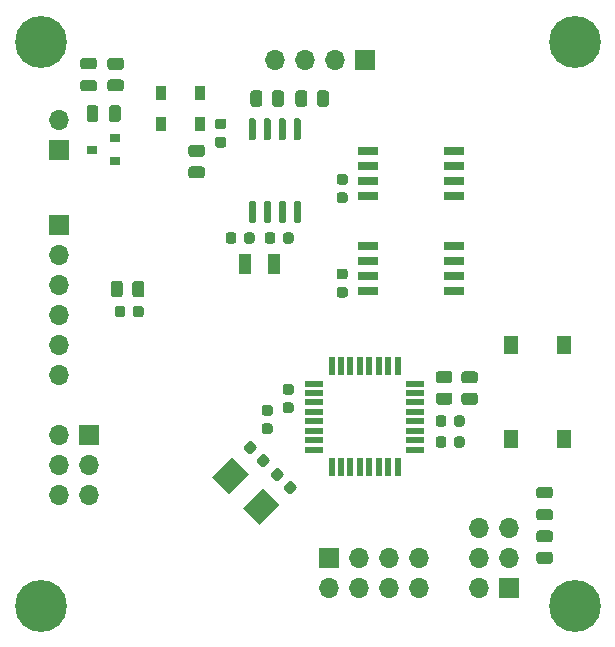
<source format=gbr>
%TF.GenerationSoftware,KiCad,Pcbnew,(5.1.9)-1*%
%TF.CreationDate,2021-02-03T11:38:48-08:00*%
%TF.ProjectId,ATMEGA328_RTC_EEPROM,41544d45-4741-4333-9238-5f5254435f45,1*%
%TF.SameCoordinates,Original*%
%TF.FileFunction,Soldermask,Top*%
%TF.FilePolarity,Negative*%
%FSLAX46Y46*%
G04 Gerber Fmt 4.6, Leading zero omitted, Abs format (unit mm)*
G04 Created by KiCad (PCBNEW (5.1.9)-1) date 2021-02-03 11:38:48*
%MOMM*%
%LPD*%
G01*
G04 APERTURE LIST*
%ADD10R,1.000000X1.800000*%
%ADD11C,0.100000*%
%ADD12R,1.700000X0.650000*%
%ADD13R,0.550000X1.600000*%
%ADD14R,1.600000X0.550000*%
%ADD15R,1.300000X1.550000*%
%ADD16R,0.900000X0.800000*%
%ADD17O,1.700000X1.700000*%
%ADD18R,1.700000X1.700000*%
%ADD19R,0.900000X1.200000*%
%ADD20C,4.400000*%
G04 APERTURE END LIST*
D10*
%TO.C,Y2*%
X147086000Y-97790000D03*
X149586000Y-97790000D03*
%TD*%
D11*
%TO.C,Y1*%
G36*
X146907365Y-118505421D02*
G01*
X148604421Y-116808365D01*
X150018635Y-118222579D01*
X148321579Y-119919635D01*
X146907365Y-118505421D01*
G37*
G36*
X144291069Y-115889125D02*
G01*
X145988125Y-114192069D01*
X147402339Y-115606283D01*
X145705283Y-117303339D01*
X144291069Y-115889125D01*
G37*
%TD*%
%TO.C,U4*%
G36*
G01*
X147851000Y-94366000D02*
X147551000Y-94366000D01*
G75*
G02*
X147401000Y-94216000I0J150000D01*
G01*
X147401000Y-92616000D01*
G75*
G02*
X147551000Y-92466000I150000J0D01*
G01*
X147851000Y-92466000D01*
G75*
G02*
X148001000Y-92616000I0J-150000D01*
G01*
X148001000Y-94216000D01*
G75*
G02*
X147851000Y-94366000I-150000J0D01*
G01*
G37*
G36*
G01*
X149121000Y-94366000D02*
X148821000Y-94366000D01*
G75*
G02*
X148671000Y-94216000I0J150000D01*
G01*
X148671000Y-92616000D01*
G75*
G02*
X148821000Y-92466000I150000J0D01*
G01*
X149121000Y-92466000D01*
G75*
G02*
X149271000Y-92616000I0J-150000D01*
G01*
X149271000Y-94216000D01*
G75*
G02*
X149121000Y-94366000I-150000J0D01*
G01*
G37*
G36*
G01*
X150391000Y-94366000D02*
X150091000Y-94366000D01*
G75*
G02*
X149941000Y-94216000I0J150000D01*
G01*
X149941000Y-92616000D01*
G75*
G02*
X150091000Y-92466000I150000J0D01*
G01*
X150391000Y-92466000D01*
G75*
G02*
X150541000Y-92616000I0J-150000D01*
G01*
X150541000Y-94216000D01*
G75*
G02*
X150391000Y-94366000I-150000J0D01*
G01*
G37*
G36*
G01*
X151661000Y-94366000D02*
X151361000Y-94366000D01*
G75*
G02*
X151211000Y-94216000I0J150000D01*
G01*
X151211000Y-92616000D01*
G75*
G02*
X151361000Y-92466000I150000J0D01*
G01*
X151661000Y-92466000D01*
G75*
G02*
X151811000Y-92616000I0J-150000D01*
G01*
X151811000Y-94216000D01*
G75*
G02*
X151661000Y-94366000I-150000J0D01*
G01*
G37*
G36*
G01*
X151661000Y-87366000D02*
X151361000Y-87366000D01*
G75*
G02*
X151211000Y-87216000I0J150000D01*
G01*
X151211000Y-85616000D01*
G75*
G02*
X151361000Y-85466000I150000J0D01*
G01*
X151661000Y-85466000D01*
G75*
G02*
X151811000Y-85616000I0J-150000D01*
G01*
X151811000Y-87216000D01*
G75*
G02*
X151661000Y-87366000I-150000J0D01*
G01*
G37*
G36*
G01*
X150391000Y-87366000D02*
X150091000Y-87366000D01*
G75*
G02*
X149941000Y-87216000I0J150000D01*
G01*
X149941000Y-85616000D01*
G75*
G02*
X150091000Y-85466000I150000J0D01*
G01*
X150391000Y-85466000D01*
G75*
G02*
X150541000Y-85616000I0J-150000D01*
G01*
X150541000Y-87216000D01*
G75*
G02*
X150391000Y-87366000I-150000J0D01*
G01*
G37*
G36*
G01*
X149121000Y-87366000D02*
X148821000Y-87366000D01*
G75*
G02*
X148671000Y-87216000I0J150000D01*
G01*
X148671000Y-85616000D01*
G75*
G02*
X148821000Y-85466000I150000J0D01*
G01*
X149121000Y-85466000D01*
G75*
G02*
X149271000Y-85616000I0J-150000D01*
G01*
X149271000Y-87216000D01*
G75*
G02*
X149121000Y-87366000I-150000J0D01*
G01*
G37*
G36*
G01*
X147851000Y-87366000D02*
X147551000Y-87366000D01*
G75*
G02*
X147401000Y-87216000I0J150000D01*
G01*
X147401000Y-85616000D01*
G75*
G02*
X147551000Y-85466000I150000J0D01*
G01*
X147851000Y-85466000D01*
G75*
G02*
X148001000Y-85616000I0J-150000D01*
G01*
X148001000Y-87216000D01*
G75*
G02*
X147851000Y-87366000I-150000J0D01*
G01*
G37*
%TD*%
D12*
%TO.C,U3*%
X157513000Y-92075000D03*
X157513000Y-90805000D03*
X157513000Y-89535000D03*
X157513000Y-88265000D03*
X164813000Y-88265000D03*
X164813000Y-89535000D03*
X164813000Y-90805000D03*
X164813000Y-92075000D03*
%TD*%
%TO.C,U2*%
X157513000Y-100076000D03*
X157513000Y-98806000D03*
X157513000Y-97536000D03*
X157513000Y-96266000D03*
X164813000Y-96266000D03*
X164813000Y-97536000D03*
X164813000Y-98806000D03*
X164813000Y-100076000D03*
%TD*%
D13*
%TO.C,U1*%
X154426000Y-106494000D03*
X155226000Y-106494000D03*
X156026000Y-106494000D03*
X156826000Y-106494000D03*
X157626000Y-106494000D03*
X158426000Y-106494000D03*
X159226000Y-106494000D03*
X160026000Y-106494000D03*
D14*
X161476000Y-107944000D03*
X161476000Y-108744000D03*
X161476000Y-109544000D03*
X161476000Y-110344000D03*
X161476000Y-111144000D03*
X161476000Y-111944000D03*
X161476000Y-112744000D03*
X161476000Y-113544000D03*
D13*
X160026000Y-114994000D03*
X159226000Y-114994000D03*
X158426000Y-114994000D03*
X157626000Y-114994000D03*
X156826000Y-114994000D03*
X156026000Y-114994000D03*
X155226000Y-114994000D03*
X154426000Y-114994000D03*
D14*
X152976000Y-113544000D03*
X152976000Y-112744000D03*
X152976000Y-111944000D03*
X152976000Y-111144000D03*
X152976000Y-110344000D03*
X152976000Y-109544000D03*
X152976000Y-108744000D03*
X152976000Y-107944000D03*
%TD*%
D15*
%TO.C,SW1*%
X169581000Y-104648000D03*
X174081000Y-104648000D03*
X174081000Y-112608000D03*
X169581000Y-112608000D03*
%TD*%
%TO.C,R6*%
G36*
G01*
X136594001Y-83213000D02*
X135693999Y-83213000D01*
G75*
G02*
X135444000Y-82963001I0J249999D01*
G01*
X135444000Y-82437999D01*
G75*
G02*
X135693999Y-82188000I249999J0D01*
G01*
X136594001Y-82188000D01*
G75*
G02*
X136844000Y-82437999I0J-249999D01*
G01*
X136844000Y-82963001D01*
G75*
G02*
X136594001Y-83213000I-249999J0D01*
G01*
G37*
G36*
G01*
X136594001Y-81388000D02*
X135693999Y-81388000D01*
G75*
G02*
X135444000Y-81138001I0J249999D01*
G01*
X135444000Y-80612999D01*
G75*
G02*
X135693999Y-80363000I249999J0D01*
G01*
X136594001Y-80363000D01*
G75*
G02*
X136844000Y-80612999I0J-249999D01*
G01*
X136844000Y-81138001D01*
G75*
G02*
X136594001Y-81388000I-249999J0D01*
G01*
G37*
%TD*%
%TO.C,R5*%
G36*
G01*
X142551999Y-87729000D02*
X143452001Y-87729000D01*
G75*
G02*
X143702000Y-87978999I0J-249999D01*
G01*
X143702000Y-88504001D01*
G75*
G02*
X143452001Y-88754000I-249999J0D01*
G01*
X142551999Y-88754000D01*
G75*
G02*
X142302000Y-88504001I0J249999D01*
G01*
X142302000Y-87978999D01*
G75*
G02*
X142551999Y-87729000I249999J0D01*
G01*
G37*
G36*
G01*
X142551999Y-89554000D02*
X143452001Y-89554000D01*
G75*
G02*
X143702000Y-89803999I0J-249999D01*
G01*
X143702000Y-90329001D01*
G75*
G02*
X143452001Y-90579000I-249999J0D01*
G01*
X142551999Y-90579000D01*
G75*
G02*
X142302000Y-90329001I0J249999D01*
G01*
X142302000Y-89803999D01*
G75*
G02*
X142551999Y-89554000I249999J0D01*
G01*
G37*
%TD*%
%TO.C,R4*%
G36*
G01*
X154206000Y-83369999D02*
X154206000Y-84270001D01*
G75*
G02*
X153956001Y-84520000I-249999J0D01*
G01*
X153430999Y-84520000D01*
G75*
G02*
X153181000Y-84270001I0J249999D01*
G01*
X153181000Y-83369999D01*
G75*
G02*
X153430999Y-83120000I249999J0D01*
G01*
X153956001Y-83120000D01*
G75*
G02*
X154206000Y-83369999I0J-249999D01*
G01*
G37*
G36*
G01*
X152381000Y-83369999D02*
X152381000Y-84270001D01*
G75*
G02*
X152131001Y-84520000I-249999J0D01*
G01*
X151605999Y-84520000D01*
G75*
G02*
X151356000Y-84270001I0J249999D01*
G01*
X151356000Y-83369999D01*
G75*
G02*
X151605999Y-83120000I249999J0D01*
G01*
X152131001Y-83120000D01*
G75*
G02*
X152381000Y-83369999I0J-249999D01*
G01*
G37*
%TD*%
%TO.C,R3*%
G36*
G01*
X172916001Y-121393000D02*
X172015999Y-121393000D01*
G75*
G02*
X171766000Y-121143001I0J249999D01*
G01*
X171766000Y-120617999D01*
G75*
G02*
X172015999Y-120368000I249999J0D01*
G01*
X172916001Y-120368000D01*
G75*
G02*
X173166000Y-120617999I0J-249999D01*
G01*
X173166000Y-121143001D01*
G75*
G02*
X172916001Y-121393000I-249999J0D01*
G01*
G37*
G36*
G01*
X172916001Y-123218000D02*
X172015999Y-123218000D01*
G75*
G02*
X171766000Y-122968001I0J249999D01*
G01*
X171766000Y-122442999D01*
G75*
G02*
X172015999Y-122193000I249999J0D01*
G01*
X172916001Y-122193000D01*
G75*
G02*
X173166000Y-122442999I0J-249999D01*
G01*
X173166000Y-122968001D01*
G75*
G02*
X172916001Y-123218000I-249999J0D01*
G01*
G37*
%TD*%
%TO.C,R2*%
G36*
G01*
X147546000Y-84270001D02*
X147546000Y-83369999D01*
G75*
G02*
X147795999Y-83120000I249999J0D01*
G01*
X148321001Y-83120000D01*
G75*
G02*
X148571000Y-83369999I0J-249999D01*
G01*
X148571000Y-84270001D01*
G75*
G02*
X148321001Y-84520000I-249999J0D01*
G01*
X147795999Y-84520000D01*
G75*
G02*
X147546000Y-84270001I0J249999D01*
G01*
G37*
G36*
G01*
X149371000Y-84270001D02*
X149371000Y-83369999D01*
G75*
G02*
X149620999Y-83120000I249999J0D01*
G01*
X150146001Y-83120000D01*
G75*
G02*
X150396000Y-83369999I0J-249999D01*
G01*
X150396000Y-84270001D01*
G75*
G02*
X150146001Y-84520000I-249999J0D01*
G01*
X149620999Y-84520000D01*
G75*
G02*
X149371000Y-84270001I0J249999D01*
G01*
G37*
%TD*%
%TO.C,R1*%
G36*
G01*
X137560000Y-100399001D02*
X137560000Y-99498999D01*
G75*
G02*
X137809999Y-99249000I249999J0D01*
G01*
X138335001Y-99249000D01*
G75*
G02*
X138585000Y-99498999I0J-249999D01*
G01*
X138585000Y-100399001D01*
G75*
G02*
X138335001Y-100649000I-249999J0D01*
G01*
X137809999Y-100649000D01*
G75*
G02*
X137560000Y-100399001I0J249999D01*
G01*
G37*
G36*
G01*
X135735000Y-100399001D02*
X135735000Y-99498999D01*
G75*
G02*
X135984999Y-99249000I249999J0D01*
G01*
X136510001Y-99249000D01*
G75*
G02*
X136760000Y-99498999I0J-249999D01*
G01*
X136760000Y-100399001D01*
G75*
G02*
X136510001Y-100649000I-249999J0D01*
G01*
X135984999Y-100649000D01*
G75*
G02*
X135735000Y-100399001I0J249999D01*
G01*
G37*
%TD*%
D16*
%TO.C,Q1*%
X136128000Y-89088000D03*
X136128000Y-87188000D03*
X134128000Y-88138000D03*
%TD*%
D17*
%TO.C,J4*%
X166878000Y-120142000D03*
X169418000Y-120142000D03*
X166878000Y-122682000D03*
X169418000Y-122682000D03*
X166878000Y-125222000D03*
D18*
X169418000Y-125222000D03*
%TD*%
%TO.C,J3*%
X157226000Y-80518000D03*
D17*
X154686000Y-80518000D03*
X152146000Y-80518000D03*
X149606000Y-80518000D03*
%TD*%
%TO.C,J1*%
X131318000Y-107188000D03*
X131318000Y-104648000D03*
X131318000Y-102108000D03*
X131318000Y-99568000D03*
X131318000Y-97028000D03*
D18*
X131318000Y-94488000D03*
%TD*%
%TO.C,D4*%
G36*
G01*
X134314250Y-83213000D02*
X133401750Y-83213000D01*
G75*
G02*
X133158000Y-82969250I0J243750D01*
G01*
X133158000Y-82481750D01*
G75*
G02*
X133401750Y-82238000I243750J0D01*
G01*
X134314250Y-82238000D01*
G75*
G02*
X134558000Y-82481750I0J-243750D01*
G01*
X134558000Y-82969250D01*
G75*
G02*
X134314250Y-83213000I-243750J0D01*
G01*
G37*
G36*
G01*
X134314250Y-81338000D02*
X133401750Y-81338000D01*
G75*
G02*
X133158000Y-81094250I0J243750D01*
G01*
X133158000Y-80606750D01*
G75*
G02*
X133401750Y-80363000I243750J0D01*
G01*
X134314250Y-80363000D01*
G75*
G02*
X134558000Y-80606750I0J-243750D01*
G01*
X134558000Y-81094250D01*
G75*
G02*
X134314250Y-81338000I-243750J0D01*
G01*
G37*
%TD*%
D19*
%TO.C,D3*%
X143255000Y-85979000D03*
X139955000Y-85979000D03*
%TD*%
%TO.C,D2*%
X143255000Y-83312000D03*
X139955000Y-83312000D03*
%TD*%
%TO.C,D1*%
G36*
G01*
X172009750Y-118560000D02*
X172922250Y-118560000D01*
G75*
G02*
X173166000Y-118803750I0J-243750D01*
G01*
X173166000Y-119291250D01*
G75*
G02*
X172922250Y-119535000I-243750J0D01*
G01*
X172009750Y-119535000D01*
G75*
G02*
X171766000Y-119291250I0J243750D01*
G01*
X171766000Y-118803750D01*
G75*
G02*
X172009750Y-118560000I243750J0D01*
G01*
G37*
G36*
G01*
X172009750Y-116685000D02*
X172922250Y-116685000D01*
G75*
G02*
X173166000Y-116928750I0J-243750D01*
G01*
X173166000Y-117416250D01*
G75*
G02*
X172922250Y-117660000I-243750J0D01*
G01*
X172009750Y-117660000D01*
G75*
G02*
X171766000Y-117416250I0J243750D01*
G01*
X171766000Y-116928750D01*
G75*
G02*
X172009750Y-116685000I243750J0D01*
G01*
G37*
%TD*%
%TO.C,C11*%
G36*
G01*
X136962000Y-101604000D02*
X136962000Y-102104000D01*
G75*
G02*
X136737000Y-102329000I-225000J0D01*
G01*
X136287000Y-102329000D01*
G75*
G02*
X136062000Y-102104000I0J225000D01*
G01*
X136062000Y-101604000D01*
G75*
G02*
X136287000Y-101379000I225000J0D01*
G01*
X136737000Y-101379000D01*
G75*
G02*
X136962000Y-101604000I0J-225000D01*
G01*
G37*
G36*
G01*
X138512000Y-101604000D02*
X138512000Y-102104000D01*
G75*
G02*
X138287000Y-102329000I-225000J0D01*
G01*
X137837000Y-102329000D01*
G75*
G02*
X137612000Y-102104000I0J225000D01*
G01*
X137612000Y-101604000D01*
G75*
G02*
X137837000Y-101379000I225000J0D01*
G01*
X138287000Y-101379000D01*
G75*
G02*
X138512000Y-101604000I0J-225000D01*
G01*
G37*
%TD*%
%TO.C,C10*%
G36*
G01*
X144784000Y-85516000D02*
X145284000Y-85516000D01*
G75*
G02*
X145509000Y-85741000I0J-225000D01*
G01*
X145509000Y-86191000D01*
G75*
G02*
X145284000Y-86416000I-225000J0D01*
G01*
X144784000Y-86416000D01*
G75*
G02*
X144559000Y-86191000I0J225000D01*
G01*
X144559000Y-85741000D01*
G75*
G02*
X144784000Y-85516000I225000J0D01*
G01*
G37*
G36*
G01*
X144784000Y-87066000D02*
X145284000Y-87066000D01*
G75*
G02*
X145509000Y-87291000I0J-225000D01*
G01*
X145509000Y-87741000D01*
G75*
G02*
X145284000Y-87966000I-225000J0D01*
G01*
X144784000Y-87966000D01*
G75*
G02*
X144559000Y-87741000I0J225000D01*
G01*
X144559000Y-87291000D01*
G75*
G02*
X144784000Y-87066000I225000J0D01*
G01*
G37*
%TD*%
%TO.C,C9*%
G36*
G01*
X155571000Y-91115000D02*
X155071000Y-91115000D01*
G75*
G02*
X154846000Y-90890000I0J225000D01*
G01*
X154846000Y-90440000D01*
G75*
G02*
X155071000Y-90215000I225000J0D01*
G01*
X155571000Y-90215000D01*
G75*
G02*
X155796000Y-90440000I0J-225000D01*
G01*
X155796000Y-90890000D01*
G75*
G02*
X155571000Y-91115000I-225000J0D01*
G01*
G37*
G36*
G01*
X155571000Y-92665000D02*
X155071000Y-92665000D01*
G75*
G02*
X154846000Y-92440000I0J225000D01*
G01*
X154846000Y-91990000D01*
G75*
G02*
X155071000Y-91765000I225000J0D01*
G01*
X155571000Y-91765000D01*
G75*
G02*
X155796000Y-91990000I0J-225000D01*
G01*
X155796000Y-92440000D01*
G75*
G02*
X155571000Y-92665000I-225000J0D01*
G01*
G37*
%TD*%
%TO.C,C8*%
G36*
G01*
X155571000Y-99116000D02*
X155071000Y-99116000D01*
G75*
G02*
X154846000Y-98891000I0J225000D01*
G01*
X154846000Y-98441000D01*
G75*
G02*
X155071000Y-98216000I225000J0D01*
G01*
X155571000Y-98216000D01*
G75*
G02*
X155796000Y-98441000I0J-225000D01*
G01*
X155796000Y-98891000D01*
G75*
G02*
X155571000Y-99116000I-225000J0D01*
G01*
G37*
G36*
G01*
X155571000Y-100666000D02*
X155071000Y-100666000D01*
G75*
G02*
X154846000Y-100441000I0J225000D01*
G01*
X154846000Y-99991000D01*
G75*
G02*
X155071000Y-99766000I225000J0D01*
G01*
X155571000Y-99766000D01*
G75*
G02*
X155796000Y-99991000I0J-225000D01*
G01*
X155796000Y-100441000D01*
G75*
G02*
X155571000Y-100666000I-225000J0D01*
G01*
G37*
%TD*%
%TO.C,C3*%
G36*
G01*
X136578000Y-84615000D02*
X136578000Y-85565000D01*
G75*
G02*
X136328000Y-85815000I-250000J0D01*
G01*
X135828000Y-85815000D01*
G75*
G02*
X135578000Y-85565000I0J250000D01*
G01*
X135578000Y-84615000D01*
G75*
G02*
X135828000Y-84365000I250000J0D01*
G01*
X136328000Y-84365000D01*
G75*
G02*
X136578000Y-84615000I0J-250000D01*
G01*
G37*
G36*
G01*
X134678000Y-84615000D02*
X134678000Y-85565000D01*
G75*
G02*
X134428000Y-85815000I-250000J0D01*
G01*
X133928000Y-85815000D01*
G75*
G02*
X133678000Y-85565000I0J250000D01*
G01*
X133678000Y-84615000D01*
G75*
G02*
X133928000Y-84365000I250000J0D01*
G01*
X134428000Y-84365000D01*
G75*
G02*
X134678000Y-84615000I0J-250000D01*
G01*
G37*
%TD*%
D18*
%TO.C,BT2*%
X131318000Y-88138000D03*
D17*
X131318000Y-85598000D03*
%TD*%
%TO.C,C1*%
G36*
G01*
X148028967Y-113512413D02*
X147675413Y-113865967D01*
G75*
G02*
X147357215Y-113865967I-159099J159099D01*
G01*
X147039017Y-113547769D01*
G75*
G02*
X147039017Y-113229571I159099J159099D01*
G01*
X147392571Y-112876017D01*
G75*
G02*
X147710769Y-112876017I159099J-159099D01*
G01*
X148028967Y-113194215D01*
G75*
G02*
X148028967Y-113512413I-159099J-159099D01*
G01*
G37*
G36*
G01*
X149124983Y-114608429D02*
X148771429Y-114961983D01*
G75*
G02*
X148453231Y-114961983I-159099J159099D01*
G01*
X148135033Y-114643785D01*
G75*
G02*
X148135033Y-114325587I159099J159099D01*
G01*
X148488587Y-113972033D01*
G75*
G02*
X148806785Y-113972033I159099J-159099D01*
G01*
X149124983Y-114290231D01*
G75*
G02*
X149124983Y-114608429I-159099J-159099D01*
G01*
G37*
%TD*%
%TO.C,C2*%
G36*
G01*
X150421033Y-116611587D02*
X150774587Y-116258033D01*
G75*
G02*
X151092785Y-116258033I159099J-159099D01*
G01*
X151410983Y-116576231D01*
G75*
G02*
X151410983Y-116894429I-159099J-159099D01*
G01*
X151057429Y-117247983D01*
G75*
G02*
X150739231Y-117247983I-159099J159099D01*
G01*
X150421033Y-116929785D01*
G75*
G02*
X150421033Y-116611587I159099J159099D01*
G01*
G37*
G36*
G01*
X149325017Y-115515571D02*
X149678571Y-115162017D01*
G75*
G02*
X149996769Y-115162017I159099J-159099D01*
G01*
X150314967Y-115480215D01*
G75*
G02*
X150314967Y-115798413I-159099J-159099D01*
G01*
X149961413Y-116151967D01*
G75*
G02*
X149643215Y-116151967I-159099J159099D01*
G01*
X149325017Y-115833769D01*
G75*
G02*
X149325017Y-115515571I159099J159099D01*
G01*
G37*
%TD*%
%TO.C,C4*%
G36*
G01*
X163240000Y-111375000D02*
X163240000Y-110875000D01*
G75*
G02*
X163465000Y-110650000I225000J0D01*
G01*
X163915000Y-110650000D01*
G75*
G02*
X164140000Y-110875000I0J-225000D01*
G01*
X164140000Y-111375000D01*
G75*
G02*
X163915000Y-111600000I-225000J0D01*
G01*
X163465000Y-111600000D01*
G75*
G02*
X163240000Y-111375000I0J225000D01*
G01*
G37*
G36*
G01*
X164790000Y-111375000D02*
X164790000Y-110875000D01*
G75*
G02*
X165015000Y-110650000I225000J0D01*
G01*
X165465000Y-110650000D01*
G75*
G02*
X165690000Y-110875000I0J-225000D01*
G01*
X165690000Y-111375000D01*
G75*
G02*
X165465000Y-111600000I-225000J0D01*
G01*
X165015000Y-111600000D01*
G75*
G02*
X164790000Y-111375000I0J225000D01*
G01*
G37*
%TD*%
%TO.C,C5*%
G36*
G01*
X150999000Y-110445000D02*
X150499000Y-110445000D01*
G75*
G02*
X150274000Y-110220000I0J225000D01*
G01*
X150274000Y-109770000D01*
G75*
G02*
X150499000Y-109545000I225000J0D01*
G01*
X150999000Y-109545000D01*
G75*
G02*
X151224000Y-109770000I0J-225000D01*
G01*
X151224000Y-110220000D01*
G75*
G02*
X150999000Y-110445000I-225000J0D01*
G01*
G37*
G36*
G01*
X150999000Y-108895000D02*
X150499000Y-108895000D01*
G75*
G02*
X150274000Y-108670000I0J225000D01*
G01*
X150274000Y-108220000D01*
G75*
G02*
X150499000Y-107995000I225000J0D01*
G01*
X150999000Y-107995000D01*
G75*
G02*
X151224000Y-108220000I0J-225000D01*
G01*
X151224000Y-108670000D01*
G75*
G02*
X150999000Y-108895000I-225000J0D01*
G01*
G37*
%TD*%
%TO.C,C6*%
G36*
G01*
X149221000Y-112223000D02*
X148721000Y-112223000D01*
G75*
G02*
X148496000Y-111998000I0J225000D01*
G01*
X148496000Y-111548000D01*
G75*
G02*
X148721000Y-111323000I225000J0D01*
G01*
X149221000Y-111323000D01*
G75*
G02*
X149446000Y-111548000I0J-225000D01*
G01*
X149446000Y-111998000D01*
G75*
G02*
X149221000Y-112223000I-225000J0D01*
G01*
G37*
G36*
G01*
X149221000Y-110673000D02*
X148721000Y-110673000D01*
G75*
G02*
X148496000Y-110448000I0J225000D01*
G01*
X148496000Y-109998000D01*
G75*
G02*
X148721000Y-109773000I225000J0D01*
G01*
X149221000Y-109773000D01*
G75*
G02*
X149446000Y-109998000I0J-225000D01*
G01*
X149446000Y-110448000D01*
G75*
G02*
X149221000Y-110673000I-225000J0D01*
G01*
G37*
%TD*%
%TO.C,C7*%
G36*
G01*
X164790000Y-113153000D02*
X164790000Y-112653000D01*
G75*
G02*
X165015000Y-112428000I225000J0D01*
G01*
X165465000Y-112428000D01*
G75*
G02*
X165690000Y-112653000I0J-225000D01*
G01*
X165690000Y-113153000D01*
G75*
G02*
X165465000Y-113378000I-225000J0D01*
G01*
X165015000Y-113378000D01*
G75*
G02*
X164790000Y-113153000I0J225000D01*
G01*
G37*
G36*
G01*
X163240000Y-113153000D02*
X163240000Y-112653000D01*
G75*
G02*
X163465000Y-112428000I225000J0D01*
G01*
X163915000Y-112428000D01*
G75*
G02*
X164140000Y-112653000I0J-225000D01*
G01*
X164140000Y-113153000D01*
G75*
G02*
X163915000Y-113378000I-225000J0D01*
G01*
X163465000Y-113378000D01*
G75*
G02*
X163240000Y-113153000I0J225000D01*
G01*
G37*
%TD*%
%TO.C,C12*%
G36*
G01*
X146360000Y-95381000D02*
X146360000Y-95881000D01*
G75*
G02*
X146135000Y-96106000I-225000J0D01*
G01*
X145685000Y-96106000D01*
G75*
G02*
X145460000Y-95881000I0J225000D01*
G01*
X145460000Y-95381000D01*
G75*
G02*
X145685000Y-95156000I225000J0D01*
G01*
X146135000Y-95156000D01*
G75*
G02*
X146360000Y-95381000I0J-225000D01*
G01*
G37*
G36*
G01*
X147910000Y-95381000D02*
X147910000Y-95881000D01*
G75*
G02*
X147685000Y-96106000I-225000J0D01*
G01*
X147235000Y-96106000D01*
G75*
G02*
X147010000Y-95881000I0J225000D01*
G01*
X147010000Y-95381000D01*
G75*
G02*
X147235000Y-95156000I225000J0D01*
G01*
X147685000Y-95156000D01*
G75*
G02*
X147910000Y-95381000I0J-225000D01*
G01*
G37*
%TD*%
%TO.C,C13*%
G36*
G01*
X148762000Y-95881000D02*
X148762000Y-95381000D01*
G75*
G02*
X148987000Y-95156000I225000J0D01*
G01*
X149437000Y-95156000D01*
G75*
G02*
X149662000Y-95381000I0J-225000D01*
G01*
X149662000Y-95881000D01*
G75*
G02*
X149437000Y-96106000I-225000J0D01*
G01*
X148987000Y-96106000D01*
G75*
G02*
X148762000Y-95881000I0J225000D01*
G01*
G37*
G36*
G01*
X150312000Y-95881000D02*
X150312000Y-95381000D01*
G75*
G02*
X150537000Y-95156000I225000J0D01*
G01*
X150987000Y-95156000D01*
G75*
G02*
X151212000Y-95381000I0J-225000D01*
G01*
X151212000Y-95881000D01*
G75*
G02*
X150987000Y-96106000I-225000J0D01*
G01*
X150537000Y-96106000D01*
G75*
G02*
X150312000Y-95881000I0J225000D01*
G01*
G37*
%TD*%
D20*
%TO.C,H1*%
X129794000Y-78994000D03*
%TD*%
%TO.C,H2*%
X175006000Y-78994000D03*
%TD*%
%TO.C,H3*%
X129794000Y-126746000D03*
%TD*%
%TO.C,H4*%
X175006000Y-126746000D03*
%TD*%
%TO.C,R7*%
G36*
G01*
X165665999Y-106906000D02*
X166566001Y-106906000D01*
G75*
G02*
X166816000Y-107155999I0J-249999D01*
G01*
X166816000Y-107681001D01*
G75*
G02*
X166566001Y-107931000I-249999J0D01*
G01*
X165665999Y-107931000D01*
G75*
G02*
X165416000Y-107681001I0J249999D01*
G01*
X165416000Y-107155999D01*
G75*
G02*
X165665999Y-106906000I249999J0D01*
G01*
G37*
G36*
G01*
X165665999Y-108731000D02*
X166566001Y-108731000D01*
G75*
G02*
X166816000Y-108980999I0J-249999D01*
G01*
X166816000Y-109506001D01*
G75*
G02*
X166566001Y-109756000I-249999J0D01*
G01*
X165665999Y-109756000D01*
G75*
G02*
X165416000Y-109506001I0J249999D01*
G01*
X165416000Y-108980999D01*
G75*
G02*
X165665999Y-108731000I249999J0D01*
G01*
G37*
%TD*%
%TO.C,R8*%
G36*
G01*
X164407001Y-109732500D02*
X163506999Y-109732500D01*
G75*
G02*
X163257000Y-109482501I0J249999D01*
G01*
X163257000Y-108957499D01*
G75*
G02*
X163506999Y-108707500I249999J0D01*
G01*
X164407001Y-108707500D01*
G75*
G02*
X164657000Y-108957499I0J-249999D01*
G01*
X164657000Y-109482501D01*
G75*
G02*
X164407001Y-109732500I-249999J0D01*
G01*
G37*
G36*
G01*
X164407001Y-107907500D02*
X163506999Y-107907500D01*
G75*
G02*
X163257000Y-107657501I0J249999D01*
G01*
X163257000Y-107132499D01*
G75*
G02*
X163506999Y-106882500I249999J0D01*
G01*
X164407001Y-106882500D01*
G75*
G02*
X164657000Y-107132499I0J-249999D01*
G01*
X164657000Y-107657501D01*
G75*
G02*
X164407001Y-107907500I-249999J0D01*
G01*
G37*
%TD*%
D18*
%TO.C,J2*%
X133858000Y-112268000D03*
D17*
X131318000Y-112268000D03*
X133858000Y-114808000D03*
X131318000Y-114808000D03*
X133858000Y-117348000D03*
X131318000Y-117348000D03*
%TD*%
D18*
%TO.C,J5*%
X154178000Y-122682000D03*
D17*
X154178000Y-125222000D03*
X156718000Y-122682000D03*
X156718000Y-125222000D03*
X159258000Y-122682000D03*
X159258000Y-125222000D03*
X161798000Y-122682000D03*
X161798000Y-125222000D03*
%TD*%
M02*

</source>
